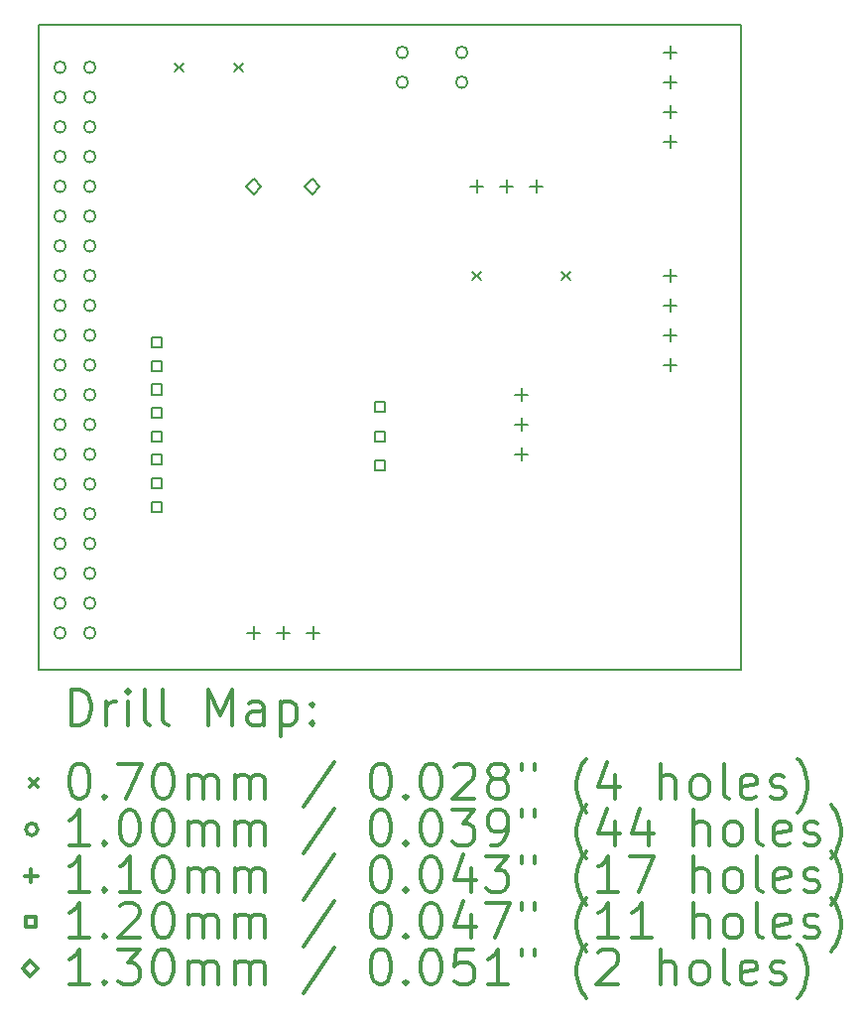
<source format=gbr>
%FSLAX45Y45*%
G04 Gerber Fmt 4.5, Leading zero omitted, Abs format (unit mm)*
G04 Created by KiCad (PCBNEW (5.0.0-rc2-dev-482-gf81c77cd4)) date Mon Apr 23 15:40:33 2018*
%MOMM*%
%LPD*%
G01*
G04 APERTURE LIST*
%ADD10C,0.150000*%
%ADD11C,0.200000*%
%ADD12C,0.300000*%
G04 APERTURE END LIST*
D10*
X2000000Y-2000000D02*
X8000000Y-2000000D01*
X2000000Y-7500000D02*
X8000000Y-7500000D01*
X2000000Y-2000000D02*
X2000000Y-7500000D01*
X8000000Y-2000000D02*
X8000000Y-7500000D01*
D11*
X5705400Y-4105200D02*
X5775400Y-4175200D01*
X5775400Y-4105200D02*
X5705400Y-4175200D01*
X6467400Y-4105200D02*
X6537400Y-4175200D01*
X6537400Y-4105200D02*
X6467400Y-4175200D01*
X3165400Y-2327200D02*
X3235400Y-2397200D01*
X3235400Y-2327200D02*
X3165400Y-2397200D01*
X3673400Y-2327200D02*
X3743400Y-2397200D01*
X3743400Y-2327200D02*
X3673400Y-2397200D01*
X5663400Y-2235200D02*
G75*
G03X5663400Y-2235200I-50000J0D01*
G01*
X5663400Y-2489200D02*
G75*
G03X5663400Y-2489200I-50000J0D01*
G01*
X2234400Y-2362200D02*
G75*
G03X2234400Y-2362200I-50000J0D01*
G01*
X2234400Y-2616200D02*
G75*
G03X2234400Y-2616200I-50000J0D01*
G01*
X2234400Y-2870200D02*
G75*
G03X2234400Y-2870200I-50000J0D01*
G01*
X2234400Y-3124200D02*
G75*
G03X2234400Y-3124200I-50000J0D01*
G01*
X2234400Y-3378200D02*
G75*
G03X2234400Y-3378200I-50000J0D01*
G01*
X2234400Y-3632200D02*
G75*
G03X2234400Y-3632200I-50000J0D01*
G01*
X2234400Y-3886200D02*
G75*
G03X2234400Y-3886200I-50000J0D01*
G01*
X2234400Y-4140200D02*
G75*
G03X2234400Y-4140200I-50000J0D01*
G01*
X2234400Y-4394200D02*
G75*
G03X2234400Y-4394200I-50000J0D01*
G01*
X2234400Y-4648200D02*
G75*
G03X2234400Y-4648200I-50000J0D01*
G01*
X2234400Y-4902200D02*
G75*
G03X2234400Y-4902200I-50000J0D01*
G01*
X2234400Y-5156200D02*
G75*
G03X2234400Y-5156200I-50000J0D01*
G01*
X2234400Y-5410200D02*
G75*
G03X2234400Y-5410200I-50000J0D01*
G01*
X2234400Y-5664200D02*
G75*
G03X2234400Y-5664200I-50000J0D01*
G01*
X2234400Y-5918200D02*
G75*
G03X2234400Y-5918200I-50000J0D01*
G01*
X2234400Y-6172200D02*
G75*
G03X2234400Y-6172200I-50000J0D01*
G01*
X2234400Y-6426200D02*
G75*
G03X2234400Y-6426200I-50000J0D01*
G01*
X2234400Y-6680200D02*
G75*
G03X2234400Y-6680200I-50000J0D01*
G01*
X2234400Y-6934200D02*
G75*
G03X2234400Y-6934200I-50000J0D01*
G01*
X2234400Y-7188200D02*
G75*
G03X2234400Y-7188200I-50000J0D01*
G01*
X2488400Y-2362200D02*
G75*
G03X2488400Y-2362200I-50000J0D01*
G01*
X2488400Y-2616200D02*
G75*
G03X2488400Y-2616200I-50000J0D01*
G01*
X2488400Y-2870200D02*
G75*
G03X2488400Y-2870200I-50000J0D01*
G01*
X2488400Y-3124200D02*
G75*
G03X2488400Y-3124200I-50000J0D01*
G01*
X2488400Y-3378200D02*
G75*
G03X2488400Y-3378200I-50000J0D01*
G01*
X2488400Y-3632200D02*
G75*
G03X2488400Y-3632200I-50000J0D01*
G01*
X2488400Y-3886200D02*
G75*
G03X2488400Y-3886200I-50000J0D01*
G01*
X2488400Y-4140200D02*
G75*
G03X2488400Y-4140200I-50000J0D01*
G01*
X2488400Y-4394200D02*
G75*
G03X2488400Y-4394200I-50000J0D01*
G01*
X2488400Y-4648200D02*
G75*
G03X2488400Y-4648200I-50000J0D01*
G01*
X2488400Y-4902200D02*
G75*
G03X2488400Y-4902200I-50000J0D01*
G01*
X2488400Y-5156200D02*
G75*
G03X2488400Y-5156200I-50000J0D01*
G01*
X2488400Y-5410200D02*
G75*
G03X2488400Y-5410200I-50000J0D01*
G01*
X2488400Y-5664200D02*
G75*
G03X2488400Y-5664200I-50000J0D01*
G01*
X2488400Y-5918200D02*
G75*
G03X2488400Y-5918200I-50000J0D01*
G01*
X2488400Y-6172200D02*
G75*
G03X2488400Y-6172200I-50000J0D01*
G01*
X2488400Y-6426200D02*
G75*
G03X2488400Y-6426200I-50000J0D01*
G01*
X2488400Y-6680200D02*
G75*
G03X2488400Y-6680200I-50000J0D01*
G01*
X2488400Y-6934200D02*
G75*
G03X2488400Y-6934200I-50000J0D01*
G01*
X2488400Y-7188200D02*
G75*
G03X2488400Y-7188200I-50000J0D01*
G01*
X5155400Y-2235200D02*
G75*
G03X5155400Y-2235200I-50000J0D01*
G01*
X5155400Y-2489200D02*
G75*
G03X5155400Y-2489200I-50000J0D01*
G01*
X7391400Y-2180200D02*
X7391400Y-2290200D01*
X7336400Y-2235200D02*
X7446400Y-2235200D01*
X7391400Y-2434200D02*
X7391400Y-2544200D01*
X7336400Y-2489200D02*
X7446400Y-2489200D01*
X7391400Y-2688200D02*
X7391400Y-2798200D01*
X7336400Y-2743200D02*
X7446400Y-2743200D01*
X7391400Y-2942200D02*
X7391400Y-3052200D01*
X7336400Y-2997200D02*
X7446400Y-2997200D01*
X6121400Y-5101200D02*
X6121400Y-5211200D01*
X6066400Y-5156200D02*
X6176400Y-5156200D01*
X6121400Y-5355200D02*
X6121400Y-5465200D01*
X6066400Y-5410200D02*
X6176400Y-5410200D01*
X6121400Y-5609200D02*
X6121400Y-5719200D01*
X6066400Y-5664200D02*
X6176400Y-5664200D01*
X5740400Y-3323200D02*
X5740400Y-3433200D01*
X5685400Y-3378200D02*
X5795400Y-3378200D01*
X5994400Y-3323200D02*
X5994400Y-3433200D01*
X5939400Y-3378200D02*
X6049400Y-3378200D01*
X6248400Y-3323200D02*
X6248400Y-3433200D01*
X6193400Y-3378200D02*
X6303400Y-3378200D01*
X7391400Y-4085200D02*
X7391400Y-4195200D01*
X7336400Y-4140200D02*
X7446400Y-4140200D01*
X7391400Y-4339200D02*
X7391400Y-4449200D01*
X7336400Y-4394200D02*
X7446400Y-4394200D01*
X7391400Y-4593200D02*
X7391400Y-4703200D01*
X7336400Y-4648200D02*
X7446400Y-4648200D01*
X7391400Y-4847200D02*
X7391400Y-4957200D01*
X7336400Y-4902200D02*
X7446400Y-4902200D01*
X3835400Y-7133200D02*
X3835400Y-7243200D01*
X3780400Y-7188200D02*
X3890400Y-7188200D01*
X4089400Y-7133200D02*
X4089400Y-7243200D01*
X4034400Y-7188200D02*
X4144400Y-7188200D01*
X4343400Y-7133200D02*
X4343400Y-7243200D01*
X4288400Y-7188200D02*
X4398400Y-7188200D01*
X3054827Y-4752627D02*
X3054827Y-4667773D01*
X2969973Y-4667773D01*
X2969973Y-4752627D01*
X3054827Y-4752627D01*
X3054827Y-4952627D02*
X3054827Y-4867773D01*
X2969973Y-4867773D01*
X2969973Y-4952627D01*
X3054827Y-4952627D01*
X3054827Y-5152627D02*
X3054827Y-5067773D01*
X2969973Y-5067773D01*
X2969973Y-5152627D01*
X3054827Y-5152627D01*
X3054827Y-5352627D02*
X3054827Y-5267773D01*
X2969973Y-5267773D01*
X2969973Y-5352627D01*
X3054827Y-5352627D01*
X3054827Y-5552627D02*
X3054827Y-5467773D01*
X2969973Y-5467773D01*
X2969973Y-5552627D01*
X3054827Y-5552627D01*
X3054827Y-5752627D02*
X3054827Y-5667773D01*
X2969973Y-5667773D01*
X2969973Y-5752627D01*
X3054827Y-5752627D01*
X3054827Y-5952627D02*
X3054827Y-5867773D01*
X2969973Y-5867773D01*
X2969973Y-5952627D01*
X3054827Y-5952627D01*
X3054827Y-6152627D02*
X3054827Y-6067773D01*
X2969973Y-6067773D01*
X2969973Y-6152627D01*
X3054827Y-6152627D01*
X4954827Y-5302627D02*
X4954827Y-5217773D01*
X4869973Y-5217773D01*
X4869973Y-5302627D01*
X4954827Y-5302627D01*
X4954827Y-5552627D02*
X4954827Y-5467773D01*
X4869973Y-5467773D01*
X4869973Y-5552627D01*
X4954827Y-5552627D01*
X4954827Y-5802627D02*
X4954827Y-5717773D01*
X4869973Y-5717773D01*
X4869973Y-5802627D01*
X4954827Y-5802627D01*
X3835400Y-3443200D02*
X3900400Y-3378200D01*
X3835400Y-3313200D01*
X3770400Y-3378200D01*
X3835400Y-3443200D01*
X4335400Y-3443200D02*
X4400400Y-3378200D01*
X4335400Y-3313200D01*
X4270400Y-3378200D01*
X4335400Y-3443200D01*
D12*
X2278928Y-7973214D02*
X2278928Y-7673214D01*
X2350357Y-7673214D01*
X2393214Y-7687500D01*
X2421786Y-7716071D01*
X2436071Y-7744643D01*
X2450357Y-7801786D01*
X2450357Y-7844643D01*
X2436071Y-7901786D01*
X2421786Y-7930357D01*
X2393214Y-7958929D01*
X2350357Y-7973214D01*
X2278928Y-7973214D01*
X2578928Y-7973214D02*
X2578928Y-7773214D01*
X2578928Y-7830357D02*
X2593214Y-7801786D01*
X2607500Y-7787500D01*
X2636071Y-7773214D01*
X2664643Y-7773214D01*
X2764643Y-7973214D02*
X2764643Y-7773214D01*
X2764643Y-7673214D02*
X2750357Y-7687500D01*
X2764643Y-7701786D01*
X2778928Y-7687500D01*
X2764643Y-7673214D01*
X2764643Y-7701786D01*
X2950357Y-7973214D02*
X2921786Y-7958929D01*
X2907500Y-7930357D01*
X2907500Y-7673214D01*
X3107500Y-7973214D02*
X3078928Y-7958929D01*
X3064643Y-7930357D01*
X3064643Y-7673214D01*
X3450357Y-7973214D02*
X3450357Y-7673214D01*
X3550357Y-7887500D01*
X3650357Y-7673214D01*
X3650357Y-7973214D01*
X3921786Y-7973214D02*
X3921786Y-7816071D01*
X3907500Y-7787500D01*
X3878928Y-7773214D01*
X3821786Y-7773214D01*
X3793214Y-7787500D01*
X3921786Y-7958929D02*
X3893214Y-7973214D01*
X3821786Y-7973214D01*
X3793214Y-7958929D01*
X3778928Y-7930357D01*
X3778928Y-7901786D01*
X3793214Y-7873214D01*
X3821786Y-7858929D01*
X3893214Y-7858929D01*
X3921786Y-7844643D01*
X4064643Y-7773214D02*
X4064643Y-8073214D01*
X4064643Y-7787500D02*
X4093214Y-7773214D01*
X4150357Y-7773214D01*
X4178928Y-7787500D01*
X4193214Y-7801786D01*
X4207500Y-7830357D01*
X4207500Y-7916071D01*
X4193214Y-7944643D01*
X4178928Y-7958929D01*
X4150357Y-7973214D01*
X4093214Y-7973214D01*
X4064643Y-7958929D01*
X4336071Y-7944643D02*
X4350357Y-7958929D01*
X4336071Y-7973214D01*
X4321786Y-7958929D01*
X4336071Y-7944643D01*
X4336071Y-7973214D01*
X4336071Y-7787500D02*
X4350357Y-7801786D01*
X4336071Y-7816071D01*
X4321786Y-7801786D01*
X4336071Y-7787500D01*
X4336071Y-7816071D01*
X1922500Y-8432500D02*
X1992500Y-8502500D01*
X1992500Y-8432500D02*
X1922500Y-8502500D01*
X2336071Y-8303214D02*
X2364643Y-8303214D01*
X2393214Y-8317500D01*
X2407500Y-8331786D01*
X2421786Y-8360357D01*
X2436071Y-8417500D01*
X2436071Y-8488929D01*
X2421786Y-8546072D01*
X2407500Y-8574643D01*
X2393214Y-8588929D01*
X2364643Y-8603214D01*
X2336071Y-8603214D01*
X2307500Y-8588929D01*
X2293214Y-8574643D01*
X2278928Y-8546072D01*
X2264643Y-8488929D01*
X2264643Y-8417500D01*
X2278928Y-8360357D01*
X2293214Y-8331786D01*
X2307500Y-8317500D01*
X2336071Y-8303214D01*
X2564643Y-8574643D02*
X2578928Y-8588929D01*
X2564643Y-8603214D01*
X2550357Y-8588929D01*
X2564643Y-8574643D01*
X2564643Y-8603214D01*
X2678928Y-8303214D02*
X2878928Y-8303214D01*
X2750357Y-8603214D01*
X3050357Y-8303214D02*
X3078928Y-8303214D01*
X3107500Y-8317500D01*
X3121786Y-8331786D01*
X3136071Y-8360357D01*
X3150357Y-8417500D01*
X3150357Y-8488929D01*
X3136071Y-8546072D01*
X3121786Y-8574643D01*
X3107500Y-8588929D01*
X3078928Y-8603214D01*
X3050357Y-8603214D01*
X3021786Y-8588929D01*
X3007500Y-8574643D01*
X2993214Y-8546072D01*
X2978928Y-8488929D01*
X2978928Y-8417500D01*
X2993214Y-8360357D01*
X3007500Y-8331786D01*
X3021786Y-8317500D01*
X3050357Y-8303214D01*
X3278928Y-8603214D02*
X3278928Y-8403214D01*
X3278928Y-8431786D02*
X3293214Y-8417500D01*
X3321786Y-8403214D01*
X3364643Y-8403214D01*
X3393214Y-8417500D01*
X3407500Y-8446072D01*
X3407500Y-8603214D01*
X3407500Y-8446072D02*
X3421786Y-8417500D01*
X3450357Y-8403214D01*
X3493214Y-8403214D01*
X3521786Y-8417500D01*
X3536071Y-8446072D01*
X3536071Y-8603214D01*
X3678928Y-8603214D02*
X3678928Y-8403214D01*
X3678928Y-8431786D02*
X3693214Y-8417500D01*
X3721786Y-8403214D01*
X3764643Y-8403214D01*
X3793214Y-8417500D01*
X3807500Y-8446072D01*
X3807500Y-8603214D01*
X3807500Y-8446072D02*
X3821786Y-8417500D01*
X3850357Y-8403214D01*
X3893214Y-8403214D01*
X3921786Y-8417500D01*
X3936071Y-8446072D01*
X3936071Y-8603214D01*
X4521786Y-8288929D02*
X4264643Y-8674643D01*
X4907500Y-8303214D02*
X4936071Y-8303214D01*
X4964643Y-8317500D01*
X4978928Y-8331786D01*
X4993214Y-8360357D01*
X5007500Y-8417500D01*
X5007500Y-8488929D01*
X4993214Y-8546072D01*
X4978928Y-8574643D01*
X4964643Y-8588929D01*
X4936071Y-8603214D01*
X4907500Y-8603214D01*
X4878928Y-8588929D01*
X4864643Y-8574643D01*
X4850357Y-8546072D01*
X4836071Y-8488929D01*
X4836071Y-8417500D01*
X4850357Y-8360357D01*
X4864643Y-8331786D01*
X4878928Y-8317500D01*
X4907500Y-8303214D01*
X5136071Y-8574643D02*
X5150357Y-8588929D01*
X5136071Y-8603214D01*
X5121786Y-8588929D01*
X5136071Y-8574643D01*
X5136071Y-8603214D01*
X5336071Y-8303214D02*
X5364643Y-8303214D01*
X5393214Y-8317500D01*
X5407500Y-8331786D01*
X5421786Y-8360357D01*
X5436071Y-8417500D01*
X5436071Y-8488929D01*
X5421786Y-8546072D01*
X5407500Y-8574643D01*
X5393214Y-8588929D01*
X5364643Y-8603214D01*
X5336071Y-8603214D01*
X5307500Y-8588929D01*
X5293214Y-8574643D01*
X5278928Y-8546072D01*
X5264643Y-8488929D01*
X5264643Y-8417500D01*
X5278928Y-8360357D01*
X5293214Y-8331786D01*
X5307500Y-8317500D01*
X5336071Y-8303214D01*
X5550357Y-8331786D02*
X5564643Y-8317500D01*
X5593214Y-8303214D01*
X5664643Y-8303214D01*
X5693214Y-8317500D01*
X5707500Y-8331786D01*
X5721786Y-8360357D01*
X5721786Y-8388929D01*
X5707500Y-8431786D01*
X5536071Y-8603214D01*
X5721786Y-8603214D01*
X5893214Y-8431786D02*
X5864643Y-8417500D01*
X5850357Y-8403214D01*
X5836071Y-8374643D01*
X5836071Y-8360357D01*
X5850357Y-8331786D01*
X5864643Y-8317500D01*
X5893214Y-8303214D01*
X5950357Y-8303214D01*
X5978928Y-8317500D01*
X5993214Y-8331786D01*
X6007500Y-8360357D01*
X6007500Y-8374643D01*
X5993214Y-8403214D01*
X5978928Y-8417500D01*
X5950357Y-8431786D01*
X5893214Y-8431786D01*
X5864643Y-8446072D01*
X5850357Y-8460357D01*
X5836071Y-8488929D01*
X5836071Y-8546072D01*
X5850357Y-8574643D01*
X5864643Y-8588929D01*
X5893214Y-8603214D01*
X5950357Y-8603214D01*
X5978928Y-8588929D01*
X5993214Y-8574643D01*
X6007500Y-8546072D01*
X6007500Y-8488929D01*
X5993214Y-8460357D01*
X5978928Y-8446072D01*
X5950357Y-8431786D01*
X6121786Y-8303214D02*
X6121786Y-8360357D01*
X6236071Y-8303214D02*
X6236071Y-8360357D01*
X6678928Y-8717500D02*
X6664643Y-8703214D01*
X6636071Y-8660357D01*
X6621786Y-8631786D01*
X6607500Y-8588929D01*
X6593214Y-8517500D01*
X6593214Y-8460357D01*
X6607500Y-8388929D01*
X6621786Y-8346071D01*
X6636071Y-8317500D01*
X6664643Y-8274643D01*
X6678928Y-8260357D01*
X6921786Y-8403214D02*
X6921786Y-8603214D01*
X6850357Y-8288929D02*
X6778928Y-8503214D01*
X6964643Y-8503214D01*
X7307500Y-8603214D02*
X7307500Y-8303214D01*
X7436071Y-8603214D02*
X7436071Y-8446072D01*
X7421786Y-8417500D01*
X7393214Y-8403214D01*
X7350357Y-8403214D01*
X7321786Y-8417500D01*
X7307500Y-8431786D01*
X7621786Y-8603214D02*
X7593214Y-8588929D01*
X7578928Y-8574643D01*
X7564643Y-8546072D01*
X7564643Y-8460357D01*
X7578928Y-8431786D01*
X7593214Y-8417500D01*
X7621786Y-8403214D01*
X7664643Y-8403214D01*
X7693214Y-8417500D01*
X7707500Y-8431786D01*
X7721786Y-8460357D01*
X7721786Y-8546072D01*
X7707500Y-8574643D01*
X7693214Y-8588929D01*
X7664643Y-8603214D01*
X7621786Y-8603214D01*
X7893214Y-8603214D02*
X7864643Y-8588929D01*
X7850357Y-8560357D01*
X7850357Y-8303214D01*
X8121786Y-8588929D02*
X8093214Y-8603214D01*
X8036071Y-8603214D01*
X8007500Y-8588929D01*
X7993214Y-8560357D01*
X7993214Y-8446072D01*
X8007500Y-8417500D01*
X8036071Y-8403214D01*
X8093214Y-8403214D01*
X8121786Y-8417500D01*
X8136071Y-8446072D01*
X8136071Y-8474643D01*
X7993214Y-8503214D01*
X8250357Y-8588929D02*
X8278928Y-8603214D01*
X8336071Y-8603214D01*
X8364643Y-8588929D01*
X8378928Y-8560357D01*
X8378928Y-8546072D01*
X8364643Y-8517500D01*
X8336071Y-8503214D01*
X8293214Y-8503214D01*
X8264643Y-8488929D01*
X8250357Y-8460357D01*
X8250357Y-8446072D01*
X8264643Y-8417500D01*
X8293214Y-8403214D01*
X8336071Y-8403214D01*
X8364643Y-8417500D01*
X8478928Y-8717500D02*
X8493214Y-8703214D01*
X8521786Y-8660357D01*
X8536071Y-8631786D01*
X8550357Y-8588929D01*
X8564643Y-8517500D01*
X8564643Y-8460357D01*
X8550357Y-8388929D01*
X8536071Y-8346071D01*
X8521786Y-8317500D01*
X8493214Y-8274643D01*
X8478928Y-8260357D01*
X1992500Y-8863500D02*
G75*
G03X1992500Y-8863500I-50000J0D01*
G01*
X2436071Y-8999214D02*
X2264643Y-8999214D01*
X2350357Y-8999214D02*
X2350357Y-8699214D01*
X2321786Y-8742072D01*
X2293214Y-8770643D01*
X2264643Y-8784929D01*
X2564643Y-8970643D02*
X2578928Y-8984929D01*
X2564643Y-8999214D01*
X2550357Y-8984929D01*
X2564643Y-8970643D01*
X2564643Y-8999214D01*
X2764643Y-8699214D02*
X2793214Y-8699214D01*
X2821786Y-8713500D01*
X2836071Y-8727786D01*
X2850357Y-8756357D01*
X2864643Y-8813500D01*
X2864643Y-8884929D01*
X2850357Y-8942072D01*
X2836071Y-8970643D01*
X2821786Y-8984929D01*
X2793214Y-8999214D01*
X2764643Y-8999214D01*
X2736071Y-8984929D01*
X2721786Y-8970643D01*
X2707500Y-8942072D01*
X2693214Y-8884929D01*
X2693214Y-8813500D01*
X2707500Y-8756357D01*
X2721786Y-8727786D01*
X2736071Y-8713500D01*
X2764643Y-8699214D01*
X3050357Y-8699214D02*
X3078928Y-8699214D01*
X3107500Y-8713500D01*
X3121786Y-8727786D01*
X3136071Y-8756357D01*
X3150357Y-8813500D01*
X3150357Y-8884929D01*
X3136071Y-8942072D01*
X3121786Y-8970643D01*
X3107500Y-8984929D01*
X3078928Y-8999214D01*
X3050357Y-8999214D01*
X3021786Y-8984929D01*
X3007500Y-8970643D01*
X2993214Y-8942072D01*
X2978928Y-8884929D01*
X2978928Y-8813500D01*
X2993214Y-8756357D01*
X3007500Y-8727786D01*
X3021786Y-8713500D01*
X3050357Y-8699214D01*
X3278928Y-8999214D02*
X3278928Y-8799214D01*
X3278928Y-8827786D02*
X3293214Y-8813500D01*
X3321786Y-8799214D01*
X3364643Y-8799214D01*
X3393214Y-8813500D01*
X3407500Y-8842072D01*
X3407500Y-8999214D01*
X3407500Y-8842072D02*
X3421786Y-8813500D01*
X3450357Y-8799214D01*
X3493214Y-8799214D01*
X3521786Y-8813500D01*
X3536071Y-8842072D01*
X3536071Y-8999214D01*
X3678928Y-8999214D02*
X3678928Y-8799214D01*
X3678928Y-8827786D02*
X3693214Y-8813500D01*
X3721786Y-8799214D01*
X3764643Y-8799214D01*
X3793214Y-8813500D01*
X3807500Y-8842072D01*
X3807500Y-8999214D01*
X3807500Y-8842072D02*
X3821786Y-8813500D01*
X3850357Y-8799214D01*
X3893214Y-8799214D01*
X3921786Y-8813500D01*
X3936071Y-8842072D01*
X3936071Y-8999214D01*
X4521786Y-8684929D02*
X4264643Y-9070643D01*
X4907500Y-8699214D02*
X4936071Y-8699214D01*
X4964643Y-8713500D01*
X4978928Y-8727786D01*
X4993214Y-8756357D01*
X5007500Y-8813500D01*
X5007500Y-8884929D01*
X4993214Y-8942072D01*
X4978928Y-8970643D01*
X4964643Y-8984929D01*
X4936071Y-8999214D01*
X4907500Y-8999214D01*
X4878928Y-8984929D01*
X4864643Y-8970643D01*
X4850357Y-8942072D01*
X4836071Y-8884929D01*
X4836071Y-8813500D01*
X4850357Y-8756357D01*
X4864643Y-8727786D01*
X4878928Y-8713500D01*
X4907500Y-8699214D01*
X5136071Y-8970643D02*
X5150357Y-8984929D01*
X5136071Y-8999214D01*
X5121786Y-8984929D01*
X5136071Y-8970643D01*
X5136071Y-8999214D01*
X5336071Y-8699214D02*
X5364643Y-8699214D01*
X5393214Y-8713500D01*
X5407500Y-8727786D01*
X5421786Y-8756357D01*
X5436071Y-8813500D01*
X5436071Y-8884929D01*
X5421786Y-8942072D01*
X5407500Y-8970643D01*
X5393214Y-8984929D01*
X5364643Y-8999214D01*
X5336071Y-8999214D01*
X5307500Y-8984929D01*
X5293214Y-8970643D01*
X5278928Y-8942072D01*
X5264643Y-8884929D01*
X5264643Y-8813500D01*
X5278928Y-8756357D01*
X5293214Y-8727786D01*
X5307500Y-8713500D01*
X5336071Y-8699214D01*
X5536071Y-8699214D02*
X5721786Y-8699214D01*
X5621786Y-8813500D01*
X5664643Y-8813500D01*
X5693214Y-8827786D01*
X5707500Y-8842072D01*
X5721786Y-8870643D01*
X5721786Y-8942072D01*
X5707500Y-8970643D01*
X5693214Y-8984929D01*
X5664643Y-8999214D01*
X5578928Y-8999214D01*
X5550357Y-8984929D01*
X5536071Y-8970643D01*
X5864643Y-8999214D02*
X5921786Y-8999214D01*
X5950357Y-8984929D01*
X5964643Y-8970643D01*
X5993214Y-8927786D01*
X6007500Y-8870643D01*
X6007500Y-8756357D01*
X5993214Y-8727786D01*
X5978928Y-8713500D01*
X5950357Y-8699214D01*
X5893214Y-8699214D01*
X5864643Y-8713500D01*
X5850357Y-8727786D01*
X5836071Y-8756357D01*
X5836071Y-8827786D01*
X5850357Y-8856357D01*
X5864643Y-8870643D01*
X5893214Y-8884929D01*
X5950357Y-8884929D01*
X5978928Y-8870643D01*
X5993214Y-8856357D01*
X6007500Y-8827786D01*
X6121786Y-8699214D02*
X6121786Y-8756357D01*
X6236071Y-8699214D02*
X6236071Y-8756357D01*
X6678928Y-9113500D02*
X6664643Y-9099214D01*
X6636071Y-9056357D01*
X6621786Y-9027786D01*
X6607500Y-8984929D01*
X6593214Y-8913500D01*
X6593214Y-8856357D01*
X6607500Y-8784929D01*
X6621786Y-8742072D01*
X6636071Y-8713500D01*
X6664643Y-8670643D01*
X6678928Y-8656357D01*
X6921786Y-8799214D02*
X6921786Y-8999214D01*
X6850357Y-8684929D02*
X6778928Y-8899214D01*
X6964643Y-8899214D01*
X7207500Y-8799214D02*
X7207500Y-8999214D01*
X7136071Y-8684929D02*
X7064643Y-8899214D01*
X7250357Y-8899214D01*
X7593214Y-8999214D02*
X7593214Y-8699214D01*
X7721786Y-8999214D02*
X7721786Y-8842072D01*
X7707500Y-8813500D01*
X7678928Y-8799214D01*
X7636071Y-8799214D01*
X7607500Y-8813500D01*
X7593214Y-8827786D01*
X7907500Y-8999214D02*
X7878928Y-8984929D01*
X7864643Y-8970643D01*
X7850357Y-8942072D01*
X7850357Y-8856357D01*
X7864643Y-8827786D01*
X7878928Y-8813500D01*
X7907500Y-8799214D01*
X7950357Y-8799214D01*
X7978928Y-8813500D01*
X7993214Y-8827786D01*
X8007500Y-8856357D01*
X8007500Y-8942072D01*
X7993214Y-8970643D01*
X7978928Y-8984929D01*
X7950357Y-8999214D01*
X7907500Y-8999214D01*
X8178928Y-8999214D02*
X8150357Y-8984929D01*
X8136071Y-8956357D01*
X8136071Y-8699214D01*
X8407500Y-8984929D02*
X8378928Y-8999214D01*
X8321786Y-8999214D01*
X8293214Y-8984929D01*
X8278928Y-8956357D01*
X8278928Y-8842072D01*
X8293214Y-8813500D01*
X8321786Y-8799214D01*
X8378928Y-8799214D01*
X8407500Y-8813500D01*
X8421786Y-8842072D01*
X8421786Y-8870643D01*
X8278928Y-8899214D01*
X8536071Y-8984929D02*
X8564643Y-8999214D01*
X8621786Y-8999214D01*
X8650357Y-8984929D01*
X8664643Y-8956357D01*
X8664643Y-8942072D01*
X8650357Y-8913500D01*
X8621786Y-8899214D01*
X8578928Y-8899214D01*
X8550357Y-8884929D01*
X8536071Y-8856357D01*
X8536071Y-8842072D01*
X8550357Y-8813500D01*
X8578928Y-8799214D01*
X8621786Y-8799214D01*
X8650357Y-8813500D01*
X8764643Y-9113500D02*
X8778928Y-9099214D01*
X8807500Y-9056357D01*
X8821786Y-9027786D01*
X8836071Y-8984929D01*
X8850357Y-8913500D01*
X8850357Y-8856357D01*
X8836071Y-8784929D01*
X8821786Y-8742072D01*
X8807500Y-8713500D01*
X8778928Y-8670643D01*
X8764643Y-8656357D01*
X1937500Y-9204500D02*
X1937500Y-9314500D01*
X1882500Y-9259500D02*
X1992500Y-9259500D01*
X2436071Y-9395214D02*
X2264643Y-9395214D01*
X2350357Y-9395214D02*
X2350357Y-9095214D01*
X2321786Y-9138072D01*
X2293214Y-9166643D01*
X2264643Y-9180929D01*
X2564643Y-9366643D02*
X2578928Y-9380929D01*
X2564643Y-9395214D01*
X2550357Y-9380929D01*
X2564643Y-9366643D01*
X2564643Y-9395214D01*
X2864643Y-9395214D02*
X2693214Y-9395214D01*
X2778928Y-9395214D02*
X2778928Y-9095214D01*
X2750357Y-9138072D01*
X2721786Y-9166643D01*
X2693214Y-9180929D01*
X3050357Y-9095214D02*
X3078928Y-9095214D01*
X3107500Y-9109500D01*
X3121786Y-9123786D01*
X3136071Y-9152357D01*
X3150357Y-9209500D01*
X3150357Y-9280929D01*
X3136071Y-9338072D01*
X3121786Y-9366643D01*
X3107500Y-9380929D01*
X3078928Y-9395214D01*
X3050357Y-9395214D01*
X3021786Y-9380929D01*
X3007500Y-9366643D01*
X2993214Y-9338072D01*
X2978928Y-9280929D01*
X2978928Y-9209500D01*
X2993214Y-9152357D01*
X3007500Y-9123786D01*
X3021786Y-9109500D01*
X3050357Y-9095214D01*
X3278928Y-9395214D02*
X3278928Y-9195214D01*
X3278928Y-9223786D02*
X3293214Y-9209500D01*
X3321786Y-9195214D01*
X3364643Y-9195214D01*
X3393214Y-9209500D01*
X3407500Y-9238072D01*
X3407500Y-9395214D01*
X3407500Y-9238072D02*
X3421786Y-9209500D01*
X3450357Y-9195214D01*
X3493214Y-9195214D01*
X3521786Y-9209500D01*
X3536071Y-9238072D01*
X3536071Y-9395214D01*
X3678928Y-9395214D02*
X3678928Y-9195214D01*
X3678928Y-9223786D02*
X3693214Y-9209500D01*
X3721786Y-9195214D01*
X3764643Y-9195214D01*
X3793214Y-9209500D01*
X3807500Y-9238072D01*
X3807500Y-9395214D01*
X3807500Y-9238072D02*
X3821786Y-9209500D01*
X3850357Y-9195214D01*
X3893214Y-9195214D01*
X3921786Y-9209500D01*
X3936071Y-9238072D01*
X3936071Y-9395214D01*
X4521786Y-9080929D02*
X4264643Y-9466643D01*
X4907500Y-9095214D02*
X4936071Y-9095214D01*
X4964643Y-9109500D01*
X4978928Y-9123786D01*
X4993214Y-9152357D01*
X5007500Y-9209500D01*
X5007500Y-9280929D01*
X4993214Y-9338072D01*
X4978928Y-9366643D01*
X4964643Y-9380929D01*
X4936071Y-9395214D01*
X4907500Y-9395214D01*
X4878928Y-9380929D01*
X4864643Y-9366643D01*
X4850357Y-9338072D01*
X4836071Y-9280929D01*
X4836071Y-9209500D01*
X4850357Y-9152357D01*
X4864643Y-9123786D01*
X4878928Y-9109500D01*
X4907500Y-9095214D01*
X5136071Y-9366643D02*
X5150357Y-9380929D01*
X5136071Y-9395214D01*
X5121786Y-9380929D01*
X5136071Y-9366643D01*
X5136071Y-9395214D01*
X5336071Y-9095214D02*
X5364643Y-9095214D01*
X5393214Y-9109500D01*
X5407500Y-9123786D01*
X5421786Y-9152357D01*
X5436071Y-9209500D01*
X5436071Y-9280929D01*
X5421786Y-9338072D01*
X5407500Y-9366643D01*
X5393214Y-9380929D01*
X5364643Y-9395214D01*
X5336071Y-9395214D01*
X5307500Y-9380929D01*
X5293214Y-9366643D01*
X5278928Y-9338072D01*
X5264643Y-9280929D01*
X5264643Y-9209500D01*
X5278928Y-9152357D01*
X5293214Y-9123786D01*
X5307500Y-9109500D01*
X5336071Y-9095214D01*
X5693214Y-9195214D02*
X5693214Y-9395214D01*
X5621786Y-9080929D02*
X5550357Y-9295214D01*
X5736071Y-9295214D01*
X5821786Y-9095214D02*
X6007500Y-9095214D01*
X5907500Y-9209500D01*
X5950357Y-9209500D01*
X5978928Y-9223786D01*
X5993214Y-9238072D01*
X6007500Y-9266643D01*
X6007500Y-9338072D01*
X5993214Y-9366643D01*
X5978928Y-9380929D01*
X5950357Y-9395214D01*
X5864643Y-9395214D01*
X5836071Y-9380929D01*
X5821786Y-9366643D01*
X6121786Y-9095214D02*
X6121786Y-9152357D01*
X6236071Y-9095214D02*
X6236071Y-9152357D01*
X6678928Y-9509500D02*
X6664643Y-9495214D01*
X6636071Y-9452357D01*
X6621786Y-9423786D01*
X6607500Y-9380929D01*
X6593214Y-9309500D01*
X6593214Y-9252357D01*
X6607500Y-9180929D01*
X6621786Y-9138072D01*
X6636071Y-9109500D01*
X6664643Y-9066643D01*
X6678928Y-9052357D01*
X6950357Y-9395214D02*
X6778928Y-9395214D01*
X6864643Y-9395214D02*
X6864643Y-9095214D01*
X6836071Y-9138072D01*
X6807500Y-9166643D01*
X6778928Y-9180929D01*
X7050357Y-9095214D02*
X7250357Y-9095214D01*
X7121786Y-9395214D01*
X7593214Y-9395214D02*
X7593214Y-9095214D01*
X7721786Y-9395214D02*
X7721786Y-9238072D01*
X7707500Y-9209500D01*
X7678928Y-9195214D01*
X7636071Y-9195214D01*
X7607500Y-9209500D01*
X7593214Y-9223786D01*
X7907500Y-9395214D02*
X7878928Y-9380929D01*
X7864643Y-9366643D01*
X7850357Y-9338072D01*
X7850357Y-9252357D01*
X7864643Y-9223786D01*
X7878928Y-9209500D01*
X7907500Y-9195214D01*
X7950357Y-9195214D01*
X7978928Y-9209500D01*
X7993214Y-9223786D01*
X8007500Y-9252357D01*
X8007500Y-9338072D01*
X7993214Y-9366643D01*
X7978928Y-9380929D01*
X7950357Y-9395214D01*
X7907500Y-9395214D01*
X8178928Y-9395214D02*
X8150357Y-9380929D01*
X8136071Y-9352357D01*
X8136071Y-9095214D01*
X8407500Y-9380929D02*
X8378928Y-9395214D01*
X8321786Y-9395214D01*
X8293214Y-9380929D01*
X8278928Y-9352357D01*
X8278928Y-9238072D01*
X8293214Y-9209500D01*
X8321786Y-9195214D01*
X8378928Y-9195214D01*
X8407500Y-9209500D01*
X8421786Y-9238072D01*
X8421786Y-9266643D01*
X8278928Y-9295214D01*
X8536071Y-9380929D02*
X8564643Y-9395214D01*
X8621786Y-9395214D01*
X8650357Y-9380929D01*
X8664643Y-9352357D01*
X8664643Y-9338072D01*
X8650357Y-9309500D01*
X8621786Y-9295214D01*
X8578928Y-9295214D01*
X8550357Y-9280929D01*
X8536071Y-9252357D01*
X8536071Y-9238072D01*
X8550357Y-9209500D01*
X8578928Y-9195214D01*
X8621786Y-9195214D01*
X8650357Y-9209500D01*
X8764643Y-9509500D02*
X8778928Y-9495214D01*
X8807500Y-9452357D01*
X8821786Y-9423786D01*
X8836071Y-9380929D01*
X8850357Y-9309500D01*
X8850357Y-9252357D01*
X8836071Y-9180929D01*
X8821786Y-9138072D01*
X8807500Y-9109500D01*
X8778928Y-9066643D01*
X8764643Y-9052357D01*
X1974927Y-9697927D02*
X1974927Y-9613073D01*
X1890073Y-9613073D01*
X1890073Y-9697927D01*
X1974927Y-9697927D01*
X2436071Y-9791214D02*
X2264643Y-9791214D01*
X2350357Y-9791214D02*
X2350357Y-9491214D01*
X2321786Y-9534072D01*
X2293214Y-9562643D01*
X2264643Y-9576929D01*
X2564643Y-9762643D02*
X2578928Y-9776929D01*
X2564643Y-9791214D01*
X2550357Y-9776929D01*
X2564643Y-9762643D01*
X2564643Y-9791214D01*
X2693214Y-9519786D02*
X2707500Y-9505500D01*
X2736071Y-9491214D01*
X2807500Y-9491214D01*
X2836071Y-9505500D01*
X2850357Y-9519786D01*
X2864643Y-9548357D01*
X2864643Y-9576929D01*
X2850357Y-9619786D01*
X2678928Y-9791214D01*
X2864643Y-9791214D01*
X3050357Y-9491214D02*
X3078928Y-9491214D01*
X3107500Y-9505500D01*
X3121786Y-9519786D01*
X3136071Y-9548357D01*
X3150357Y-9605500D01*
X3150357Y-9676929D01*
X3136071Y-9734072D01*
X3121786Y-9762643D01*
X3107500Y-9776929D01*
X3078928Y-9791214D01*
X3050357Y-9791214D01*
X3021786Y-9776929D01*
X3007500Y-9762643D01*
X2993214Y-9734072D01*
X2978928Y-9676929D01*
X2978928Y-9605500D01*
X2993214Y-9548357D01*
X3007500Y-9519786D01*
X3021786Y-9505500D01*
X3050357Y-9491214D01*
X3278928Y-9791214D02*
X3278928Y-9591214D01*
X3278928Y-9619786D02*
X3293214Y-9605500D01*
X3321786Y-9591214D01*
X3364643Y-9591214D01*
X3393214Y-9605500D01*
X3407500Y-9634072D01*
X3407500Y-9791214D01*
X3407500Y-9634072D02*
X3421786Y-9605500D01*
X3450357Y-9591214D01*
X3493214Y-9591214D01*
X3521786Y-9605500D01*
X3536071Y-9634072D01*
X3536071Y-9791214D01*
X3678928Y-9791214D02*
X3678928Y-9591214D01*
X3678928Y-9619786D02*
X3693214Y-9605500D01*
X3721786Y-9591214D01*
X3764643Y-9591214D01*
X3793214Y-9605500D01*
X3807500Y-9634072D01*
X3807500Y-9791214D01*
X3807500Y-9634072D02*
X3821786Y-9605500D01*
X3850357Y-9591214D01*
X3893214Y-9591214D01*
X3921786Y-9605500D01*
X3936071Y-9634072D01*
X3936071Y-9791214D01*
X4521786Y-9476929D02*
X4264643Y-9862643D01*
X4907500Y-9491214D02*
X4936071Y-9491214D01*
X4964643Y-9505500D01*
X4978928Y-9519786D01*
X4993214Y-9548357D01*
X5007500Y-9605500D01*
X5007500Y-9676929D01*
X4993214Y-9734072D01*
X4978928Y-9762643D01*
X4964643Y-9776929D01*
X4936071Y-9791214D01*
X4907500Y-9791214D01*
X4878928Y-9776929D01*
X4864643Y-9762643D01*
X4850357Y-9734072D01*
X4836071Y-9676929D01*
X4836071Y-9605500D01*
X4850357Y-9548357D01*
X4864643Y-9519786D01*
X4878928Y-9505500D01*
X4907500Y-9491214D01*
X5136071Y-9762643D02*
X5150357Y-9776929D01*
X5136071Y-9791214D01*
X5121786Y-9776929D01*
X5136071Y-9762643D01*
X5136071Y-9791214D01*
X5336071Y-9491214D02*
X5364643Y-9491214D01*
X5393214Y-9505500D01*
X5407500Y-9519786D01*
X5421786Y-9548357D01*
X5436071Y-9605500D01*
X5436071Y-9676929D01*
X5421786Y-9734072D01*
X5407500Y-9762643D01*
X5393214Y-9776929D01*
X5364643Y-9791214D01*
X5336071Y-9791214D01*
X5307500Y-9776929D01*
X5293214Y-9762643D01*
X5278928Y-9734072D01*
X5264643Y-9676929D01*
X5264643Y-9605500D01*
X5278928Y-9548357D01*
X5293214Y-9519786D01*
X5307500Y-9505500D01*
X5336071Y-9491214D01*
X5693214Y-9591214D02*
X5693214Y-9791214D01*
X5621786Y-9476929D02*
X5550357Y-9691214D01*
X5736071Y-9691214D01*
X5821786Y-9491214D02*
X6021786Y-9491214D01*
X5893214Y-9791214D01*
X6121786Y-9491214D02*
X6121786Y-9548357D01*
X6236071Y-9491214D02*
X6236071Y-9548357D01*
X6678928Y-9905500D02*
X6664643Y-9891214D01*
X6636071Y-9848357D01*
X6621786Y-9819786D01*
X6607500Y-9776929D01*
X6593214Y-9705500D01*
X6593214Y-9648357D01*
X6607500Y-9576929D01*
X6621786Y-9534072D01*
X6636071Y-9505500D01*
X6664643Y-9462643D01*
X6678928Y-9448357D01*
X6950357Y-9791214D02*
X6778928Y-9791214D01*
X6864643Y-9791214D02*
X6864643Y-9491214D01*
X6836071Y-9534072D01*
X6807500Y-9562643D01*
X6778928Y-9576929D01*
X7236071Y-9791214D02*
X7064643Y-9791214D01*
X7150357Y-9791214D02*
X7150357Y-9491214D01*
X7121786Y-9534072D01*
X7093214Y-9562643D01*
X7064643Y-9576929D01*
X7593214Y-9791214D02*
X7593214Y-9491214D01*
X7721786Y-9791214D02*
X7721786Y-9634072D01*
X7707500Y-9605500D01*
X7678928Y-9591214D01*
X7636071Y-9591214D01*
X7607500Y-9605500D01*
X7593214Y-9619786D01*
X7907500Y-9791214D02*
X7878928Y-9776929D01*
X7864643Y-9762643D01*
X7850357Y-9734072D01*
X7850357Y-9648357D01*
X7864643Y-9619786D01*
X7878928Y-9605500D01*
X7907500Y-9591214D01*
X7950357Y-9591214D01*
X7978928Y-9605500D01*
X7993214Y-9619786D01*
X8007500Y-9648357D01*
X8007500Y-9734072D01*
X7993214Y-9762643D01*
X7978928Y-9776929D01*
X7950357Y-9791214D01*
X7907500Y-9791214D01*
X8178928Y-9791214D02*
X8150357Y-9776929D01*
X8136071Y-9748357D01*
X8136071Y-9491214D01*
X8407500Y-9776929D02*
X8378928Y-9791214D01*
X8321786Y-9791214D01*
X8293214Y-9776929D01*
X8278928Y-9748357D01*
X8278928Y-9634072D01*
X8293214Y-9605500D01*
X8321786Y-9591214D01*
X8378928Y-9591214D01*
X8407500Y-9605500D01*
X8421786Y-9634072D01*
X8421786Y-9662643D01*
X8278928Y-9691214D01*
X8536071Y-9776929D02*
X8564643Y-9791214D01*
X8621786Y-9791214D01*
X8650357Y-9776929D01*
X8664643Y-9748357D01*
X8664643Y-9734072D01*
X8650357Y-9705500D01*
X8621786Y-9691214D01*
X8578928Y-9691214D01*
X8550357Y-9676929D01*
X8536071Y-9648357D01*
X8536071Y-9634072D01*
X8550357Y-9605500D01*
X8578928Y-9591214D01*
X8621786Y-9591214D01*
X8650357Y-9605500D01*
X8764643Y-9905500D02*
X8778928Y-9891214D01*
X8807500Y-9848357D01*
X8821786Y-9819786D01*
X8836071Y-9776929D01*
X8850357Y-9705500D01*
X8850357Y-9648357D01*
X8836071Y-9576929D01*
X8821786Y-9534072D01*
X8807500Y-9505500D01*
X8778928Y-9462643D01*
X8764643Y-9448357D01*
X1927500Y-10116500D02*
X1992500Y-10051500D01*
X1927500Y-9986500D01*
X1862500Y-10051500D01*
X1927500Y-10116500D01*
X2436071Y-10187214D02*
X2264643Y-10187214D01*
X2350357Y-10187214D02*
X2350357Y-9887214D01*
X2321786Y-9930072D01*
X2293214Y-9958643D01*
X2264643Y-9972929D01*
X2564643Y-10158643D02*
X2578928Y-10172929D01*
X2564643Y-10187214D01*
X2550357Y-10172929D01*
X2564643Y-10158643D01*
X2564643Y-10187214D01*
X2678928Y-9887214D02*
X2864643Y-9887214D01*
X2764643Y-10001500D01*
X2807500Y-10001500D01*
X2836071Y-10015786D01*
X2850357Y-10030072D01*
X2864643Y-10058643D01*
X2864643Y-10130072D01*
X2850357Y-10158643D01*
X2836071Y-10172929D01*
X2807500Y-10187214D01*
X2721786Y-10187214D01*
X2693214Y-10172929D01*
X2678928Y-10158643D01*
X3050357Y-9887214D02*
X3078928Y-9887214D01*
X3107500Y-9901500D01*
X3121786Y-9915786D01*
X3136071Y-9944357D01*
X3150357Y-10001500D01*
X3150357Y-10072929D01*
X3136071Y-10130072D01*
X3121786Y-10158643D01*
X3107500Y-10172929D01*
X3078928Y-10187214D01*
X3050357Y-10187214D01*
X3021786Y-10172929D01*
X3007500Y-10158643D01*
X2993214Y-10130072D01*
X2978928Y-10072929D01*
X2978928Y-10001500D01*
X2993214Y-9944357D01*
X3007500Y-9915786D01*
X3021786Y-9901500D01*
X3050357Y-9887214D01*
X3278928Y-10187214D02*
X3278928Y-9987214D01*
X3278928Y-10015786D02*
X3293214Y-10001500D01*
X3321786Y-9987214D01*
X3364643Y-9987214D01*
X3393214Y-10001500D01*
X3407500Y-10030072D01*
X3407500Y-10187214D01*
X3407500Y-10030072D02*
X3421786Y-10001500D01*
X3450357Y-9987214D01*
X3493214Y-9987214D01*
X3521786Y-10001500D01*
X3536071Y-10030072D01*
X3536071Y-10187214D01*
X3678928Y-10187214D02*
X3678928Y-9987214D01*
X3678928Y-10015786D02*
X3693214Y-10001500D01*
X3721786Y-9987214D01*
X3764643Y-9987214D01*
X3793214Y-10001500D01*
X3807500Y-10030072D01*
X3807500Y-10187214D01*
X3807500Y-10030072D02*
X3821786Y-10001500D01*
X3850357Y-9987214D01*
X3893214Y-9987214D01*
X3921786Y-10001500D01*
X3936071Y-10030072D01*
X3936071Y-10187214D01*
X4521786Y-9872929D02*
X4264643Y-10258643D01*
X4907500Y-9887214D02*
X4936071Y-9887214D01*
X4964643Y-9901500D01*
X4978928Y-9915786D01*
X4993214Y-9944357D01*
X5007500Y-10001500D01*
X5007500Y-10072929D01*
X4993214Y-10130072D01*
X4978928Y-10158643D01*
X4964643Y-10172929D01*
X4936071Y-10187214D01*
X4907500Y-10187214D01*
X4878928Y-10172929D01*
X4864643Y-10158643D01*
X4850357Y-10130072D01*
X4836071Y-10072929D01*
X4836071Y-10001500D01*
X4850357Y-9944357D01*
X4864643Y-9915786D01*
X4878928Y-9901500D01*
X4907500Y-9887214D01*
X5136071Y-10158643D02*
X5150357Y-10172929D01*
X5136071Y-10187214D01*
X5121786Y-10172929D01*
X5136071Y-10158643D01*
X5136071Y-10187214D01*
X5336071Y-9887214D02*
X5364643Y-9887214D01*
X5393214Y-9901500D01*
X5407500Y-9915786D01*
X5421786Y-9944357D01*
X5436071Y-10001500D01*
X5436071Y-10072929D01*
X5421786Y-10130072D01*
X5407500Y-10158643D01*
X5393214Y-10172929D01*
X5364643Y-10187214D01*
X5336071Y-10187214D01*
X5307500Y-10172929D01*
X5293214Y-10158643D01*
X5278928Y-10130072D01*
X5264643Y-10072929D01*
X5264643Y-10001500D01*
X5278928Y-9944357D01*
X5293214Y-9915786D01*
X5307500Y-9901500D01*
X5336071Y-9887214D01*
X5707500Y-9887214D02*
X5564643Y-9887214D01*
X5550357Y-10030072D01*
X5564643Y-10015786D01*
X5593214Y-10001500D01*
X5664643Y-10001500D01*
X5693214Y-10015786D01*
X5707500Y-10030072D01*
X5721786Y-10058643D01*
X5721786Y-10130072D01*
X5707500Y-10158643D01*
X5693214Y-10172929D01*
X5664643Y-10187214D01*
X5593214Y-10187214D01*
X5564643Y-10172929D01*
X5550357Y-10158643D01*
X6007500Y-10187214D02*
X5836071Y-10187214D01*
X5921786Y-10187214D02*
X5921786Y-9887214D01*
X5893214Y-9930072D01*
X5864643Y-9958643D01*
X5836071Y-9972929D01*
X6121786Y-9887214D02*
X6121786Y-9944357D01*
X6236071Y-9887214D02*
X6236071Y-9944357D01*
X6678928Y-10301500D02*
X6664643Y-10287214D01*
X6636071Y-10244357D01*
X6621786Y-10215786D01*
X6607500Y-10172929D01*
X6593214Y-10101500D01*
X6593214Y-10044357D01*
X6607500Y-9972929D01*
X6621786Y-9930072D01*
X6636071Y-9901500D01*
X6664643Y-9858643D01*
X6678928Y-9844357D01*
X6778928Y-9915786D02*
X6793214Y-9901500D01*
X6821786Y-9887214D01*
X6893214Y-9887214D01*
X6921786Y-9901500D01*
X6936071Y-9915786D01*
X6950357Y-9944357D01*
X6950357Y-9972929D01*
X6936071Y-10015786D01*
X6764643Y-10187214D01*
X6950357Y-10187214D01*
X7307500Y-10187214D02*
X7307500Y-9887214D01*
X7436071Y-10187214D02*
X7436071Y-10030072D01*
X7421786Y-10001500D01*
X7393214Y-9987214D01*
X7350357Y-9987214D01*
X7321786Y-10001500D01*
X7307500Y-10015786D01*
X7621786Y-10187214D02*
X7593214Y-10172929D01*
X7578928Y-10158643D01*
X7564643Y-10130072D01*
X7564643Y-10044357D01*
X7578928Y-10015786D01*
X7593214Y-10001500D01*
X7621786Y-9987214D01*
X7664643Y-9987214D01*
X7693214Y-10001500D01*
X7707500Y-10015786D01*
X7721786Y-10044357D01*
X7721786Y-10130072D01*
X7707500Y-10158643D01*
X7693214Y-10172929D01*
X7664643Y-10187214D01*
X7621786Y-10187214D01*
X7893214Y-10187214D02*
X7864643Y-10172929D01*
X7850357Y-10144357D01*
X7850357Y-9887214D01*
X8121786Y-10172929D02*
X8093214Y-10187214D01*
X8036071Y-10187214D01*
X8007500Y-10172929D01*
X7993214Y-10144357D01*
X7993214Y-10030072D01*
X8007500Y-10001500D01*
X8036071Y-9987214D01*
X8093214Y-9987214D01*
X8121786Y-10001500D01*
X8136071Y-10030072D01*
X8136071Y-10058643D01*
X7993214Y-10087214D01*
X8250357Y-10172929D02*
X8278928Y-10187214D01*
X8336071Y-10187214D01*
X8364643Y-10172929D01*
X8378928Y-10144357D01*
X8378928Y-10130072D01*
X8364643Y-10101500D01*
X8336071Y-10087214D01*
X8293214Y-10087214D01*
X8264643Y-10072929D01*
X8250357Y-10044357D01*
X8250357Y-10030072D01*
X8264643Y-10001500D01*
X8293214Y-9987214D01*
X8336071Y-9987214D01*
X8364643Y-10001500D01*
X8478928Y-10301500D02*
X8493214Y-10287214D01*
X8521786Y-10244357D01*
X8536071Y-10215786D01*
X8550357Y-10172929D01*
X8564643Y-10101500D01*
X8564643Y-10044357D01*
X8550357Y-9972929D01*
X8536071Y-9930072D01*
X8521786Y-9901500D01*
X8493214Y-9858643D01*
X8478928Y-9844357D01*
M02*

</source>
